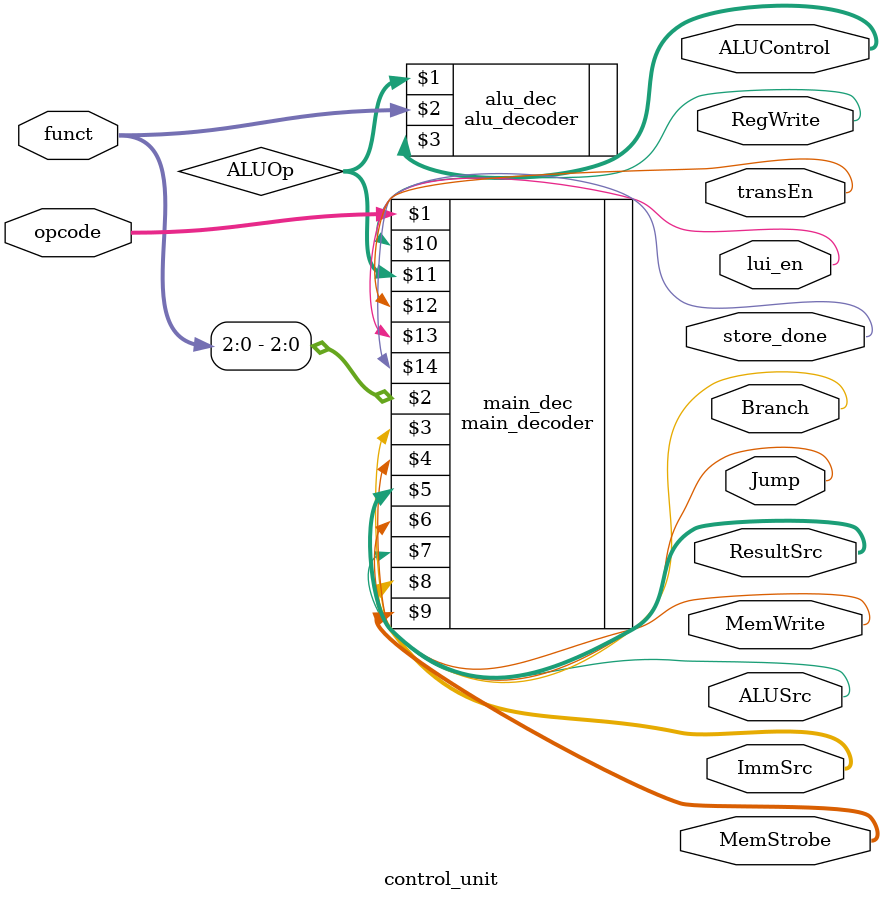
<source format=v>


module control_unit(opcode,funct,RegWrite,ResultSrc,MemWrite,Jump,Branch,ALUControl,ALUSrc,ImmSrc,MemStrobe,transEn,lui_en,store_done);

input[6:0] opcode;
input[4:0] funct;
output RegWrite,MemWrite,Jump,Branch,ALUSrc,transEn,lui_en,store_done;
output[1:0] ResultSrc,MemStrobe;
output[2:0] ImmSrc;
output[3:0] ALUControl;

wire[1:0] ALUOp;


main_decoder main_dec(opcode,funct[2:0],Branch,Jump,ResultSrc,MemWrite,ALUSrc,ImmSrc,MemStrobe,RegWrite,ALUOp,transEn,lui_en,store_done);
alu_decoder alu_dec(ALUOp,funct,ALUControl);

endmodule


</source>
